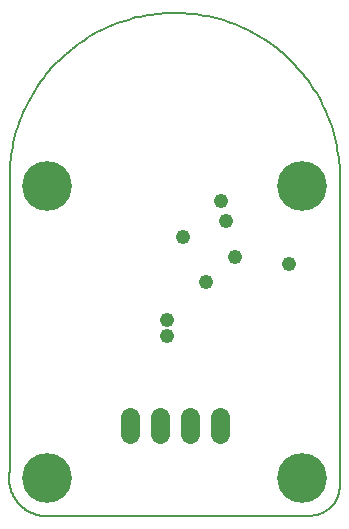
<source format=gbs>
G75*
%MOIN*%
%OFA0B0*%
%FSLAX25Y25*%
%IPPOS*%
%LPD*%
%AMOC8*
5,1,8,0,0,1.08239X$1,22.5*
%
%ADD10C,0.00500*%
%ADD11C,0.06343*%
%ADD12C,0.16611*%
%ADD13C,0.04800*%
D10*
X0001800Y0016800D02*
X0001800Y0116800D01*
X0001877Y0118139D01*
X0001987Y0119475D01*
X0002129Y0120808D01*
X0002304Y0122137D01*
X0002511Y0123462D01*
X0002750Y0124781D01*
X0003021Y0126095D01*
X0003324Y0127401D01*
X0003659Y0128699D01*
X0004026Y0129989D01*
X0004423Y0131269D01*
X0004852Y0132540D01*
X0005312Y0133799D01*
X0005802Y0135047D01*
X0006322Y0136283D01*
X0006872Y0137505D01*
X0007452Y0138714D01*
X0008061Y0139909D01*
X0008699Y0141088D01*
X0009366Y0142251D01*
X0010061Y0143398D01*
X0010783Y0144528D01*
X0011533Y0145639D01*
X0012309Y0146732D01*
X0013112Y0147806D01*
X0013941Y0148860D01*
X0014795Y0149893D01*
X0015675Y0150906D01*
X0016578Y0151896D01*
X0017506Y0152865D01*
X0018456Y0153810D01*
X0019430Y0154732D01*
X0020426Y0155630D01*
X0021443Y0156504D01*
X0022481Y0157352D01*
X0023539Y0158175D01*
X0024618Y0158972D01*
X0025715Y0159742D01*
X0026831Y0160486D01*
X0027964Y0161202D01*
X0029115Y0161890D01*
X0030282Y0162550D01*
X0031465Y0163182D01*
X0032663Y0163784D01*
X0033875Y0164357D01*
X0035101Y0164901D01*
X0036339Y0165414D01*
X0037590Y0165897D01*
X0038852Y0166349D01*
X0040125Y0166771D01*
X0041408Y0167162D01*
X0042699Y0167521D01*
X0044000Y0167848D01*
X0045307Y0168144D01*
X0046622Y0168408D01*
X0047943Y0168640D01*
X0049268Y0168839D01*
X0050599Y0169007D01*
X0051933Y0169141D01*
X0053270Y0169244D01*
X0054609Y0169313D01*
X0055949Y0169350D01*
X0057290Y0169355D01*
X0058630Y0169327D01*
X0059970Y0169266D01*
X0061307Y0169172D01*
X0062642Y0169046D01*
X0063973Y0168888D01*
X0065300Y0168697D01*
X0066623Y0168474D01*
X0067939Y0168218D01*
X0069248Y0167931D01*
X0070551Y0167612D01*
X0071845Y0167262D01*
X0073130Y0166879D01*
X0074406Y0166466D01*
X0075671Y0166022D01*
X0076925Y0165547D01*
X0078167Y0165042D01*
X0079396Y0164507D01*
X0080612Y0163941D01*
X0081813Y0163347D01*
X0083000Y0162723D01*
X0084172Y0162071D01*
X0085327Y0161390D01*
X0086465Y0160682D01*
X0087586Y0159945D01*
X0088688Y0159182D01*
X0089772Y0158392D01*
X0090836Y0157576D01*
X0091879Y0156735D01*
X0092902Y0155868D01*
X0093904Y0154977D01*
X0094883Y0154061D01*
X0095840Y0153122D01*
X0096774Y0152160D01*
X0097684Y0151175D01*
X0098570Y0150169D01*
X0099431Y0149141D01*
X0100267Y0148092D01*
X0101077Y0147024D01*
X0101860Y0145936D01*
X0102617Y0144829D01*
X0103347Y0143705D01*
X0104049Y0142562D01*
X0104724Y0141403D01*
X0105369Y0140228D01*
X0105986Y0139038D01*
X0106574Y0137833D01*
X0107133Y0136614D01*
X0107661Y0135382D01*
X0108159Y0134137D01*
X0108627Y0132880D01*
X0109064Y0131613D01*
X0109470Y0130335D01*
X0109845Y0129048D01*
X0110188Y0127752D01*
X0110500Y0126447D01*
X0110780Y0125136D01*
X0111028Y0123819D01*
X0111244Y0122495D01*
X0111427Y0121167D01*
X0111578Y0119835D01*
X0111697Y0118499D01*
X0111783Y0117161D01*
X0111836Y0115821D01*
X0111857Y0114481D01*
X0111845Y0113140D01*
X0111800Y0111800D01*
X0111800Y0011800D01*
X0111797Y0011558D01*
X0111788Y0011317D01*
X0111774Y0011076D01*
X0111753Y0010835D01*
X0111727Y0010595D01*
X0111695Y0010355D01*
X0111657Y0010116D01*
X0111614Y0009879D01*
X0111564Y0009642D01*
X0111509Y0009407D01*
X0111449Y0009173D01*
X0111382Y0008941D01*
X0111311Y0008710D01*
X0111233Y0008481D01*
X0111150Y0008254D01*
X0111062Y0008029D01*
X0110968Y0007806D01*
X0110869Y0007586D01*
X0110764Y0007368D01*
X0110655Y0007153D01*
X0110540Y0006940D01*
X0110420Y0006730D01*
X0110295Y0006524D01*
X0110165Y0006320D01*
X0110030Y0006119D01*
X0109890Y0005922D01*
X0109746Y0005728D01*
X0109597Y0005538D01*
X0109443Y0005352D01*
X0109285Y0005169D01*
X0109123Y0004990D01*
X0108956Y0004815D01*
X0108785Y0004644D01*
X0108610Y0004477D01*
X0108431Y0004315D01*
X0108248Y0004157D01*
X0108062Y0004003D01*
X0107872Y0003854D01*
X0107678Y0003710D01*
X0107481Y0003570D01*
X0107280Y0003435D01*
X0107076Y0003305D01*
X0106870Y0003180D01*
X0106660Y0003060D01*
X0106447Y0002945D01*
X0106232Y0002836D01*
X0106014Y0002731D01*
X0105794Y0002632D01*
X0105571Y0002538D01*
X0105346Y0002450D01*
X0105119Y0002367D01*
X0104890Y0002289D01*
X0104659Y0002218D01*
X0104427Y0002151D01*
X0104193Y0002091D01*
X0103958Y0002036D01*
X0103721Y0001986D01*
X0103484Y0001943D01*
X0103245Y0001905D01*
X0103005Y0001873D01*
X0102765Y0001847D01*
X0102524Y0001826D01*
X0102283Y0001812D01*
X0102042Y0001803D01*
X0101800Y0001800D01*
X0011800Y0001800D01*
X0011499Y0001864D01*
X0011199Y0001935D01*
X0010901Y0002013D01*
X0010605Y0002099D01*
X0010311Y0002192D01*
X0010020Y0002292D01*
X0009731Y0002399D01*
X0009445Y0002513D01*
X0009161Y0002634D01*
X0008881Y0002761D01*
X0008604Y0002895D01*
X0008330Y0003036D01*
X0008059Y0003184D01*
X0007793Y0003338D01*
X0007530Y0003498D01*
X0007271Y0003665D01*
X0007016Y0003838D01*
X0006765Y0004017D01*
X0006519Y0004202D01*
X0006277Y0004393D01*
X0006040Y0004590D01*
X0005808Y0004792D01*
X0005581Y0005000D01*
X0005358Y0005214D01*
X0005141Y0005433D01*
X0004930Y0005656D01*
X0004724Y0005885D01*
X0004523Y0006119D01*
X0004328Y0006358D01*
X0004139Y0006601D01*
X0003956Y0006849D01*
X0003779Y0007101D01*
X0003608Y0007357D01*
X0003444Y0007618D01*
X0003285Y0007882D01*
X0003134Y0008150D01*
X0002988Y0008422D01*
X0002849Y0008697D01*
X0002717Y0008975D01*
X0002592Y0009256D01*
X0002474Y0009541D01*
X0002362Y0009828D01*
X0002258Y0010118D01*
X0002160Y0010410D01*
X0002070Y0010704D01*
X0001986Y0011001D01*
X0001910Y0011300D01*
X0001841Y0011600D01*
X0001780Y0011902D01*
X0001725Y0012205D01*
X0001678Y0012509D01*
X0001639Y0012815D01*
X0001607Y0013121D01*
X0001582Y0013428D01*
X0001564Y0013736D01*
X0001555Y0014044D01*
X0001552Y0014352D01*
X0001557Y0014660D01*
X0001569Y0014968D01*
X0001589Y0015275D01*
X0001617Y0015582D01*
X0001651Y0015888D01*
X0001693Y0016193D01*
X0001743Y0016497D01*
X0001800Y0016800D01*
D11*
X0041800Y0029028D02*
X0041800Y0034572D01*
X0051800Y0034572D02*
X0051800Y0029028D01*
X0061800Y0029028D02*
X0061800Y0034572D01*
X0071800Y0034572D02*
X0071800Y0029028D01*
D12*
X0099300Y0014300D03*
X0099300Y0111800D03*
X0014300Y0111800D03*
X0014300Y0014300D03*
D13*
X0054300Y0061800D03*
X0054300Y0067050D03*
X0067050Y0079800D03*
X0076800Y0088050D03*
X0073800Y0100050D03*
X0072050Y0106800D03*
X0059550Y0094800D03*
X0094800Y0085800D03*
M02*

</source>
